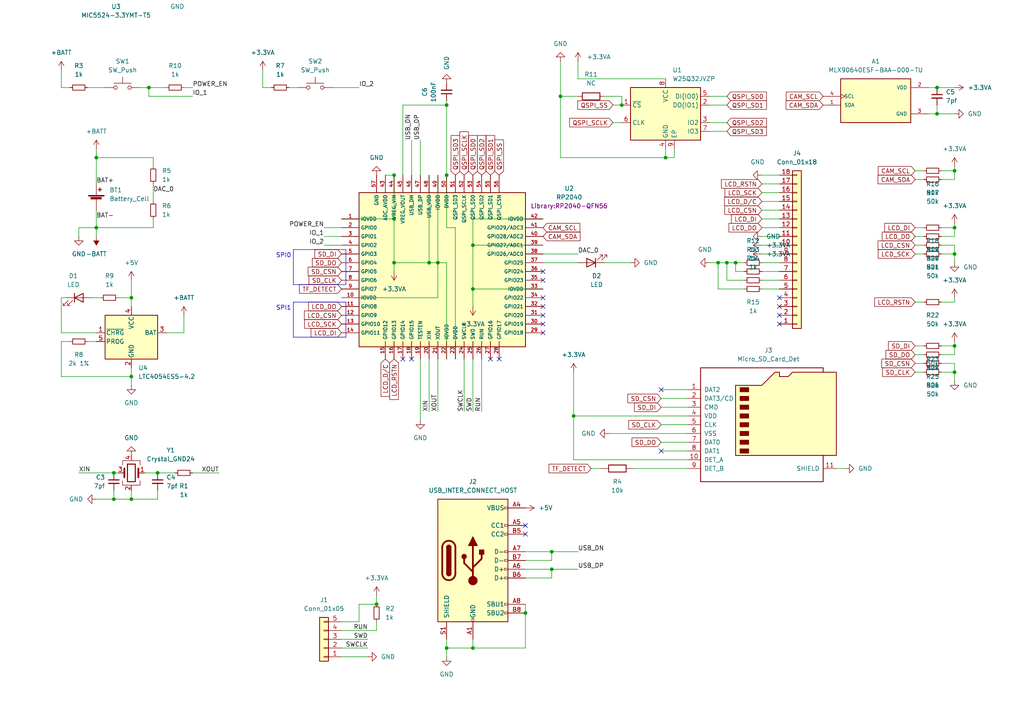
<source format=kicad_sch>
(kicad_sch (version 20230121) (generator eeschema)
  (paper "A4")
  (junction (at 137.16 83.82))
  (junction (at 137.16 71.12))
  (junction (at 38.1 144.78))
  (junction (at 276.86 107.95))
  (junction (at 160.02 165.1))
  (junction (at 33.02 137.16))
  (junction (at 271.78 25.4))
  (junction (at 276.86 100.33))
  (junction (at 208.28 76.2))
  (junction (at 180.34 30.48))
  (junction (at 38.1 109.22))
  (junction (at 27.94 66.04))
  (junction (at 152.4 177.8))
  (junction (at 48.895 -3.175))
  (junction (at 33.02 144.78))
  (junction (at 129.54 187.96))
  (junction (at 276.86 73.66))
  (junction (at 124.46 76.2))
  (junction (at 213.36 76.2))
  (junction (at 48.895 -13.335))
  (junction (at 129.54 30.48))
  (junction (at 193.04 45.72))
  (junction (at 162.56 27.94))
  (junction (at 27.94 45.72))
  (junction (at 129.54 50.8))
  (junction (at 160.02 160.02))
  (junction (at 127 76.2))
  (junction (at 18.415 -13.335))
  (junction (at 38.1 86.36))
  (junction (at 109.22 175.26))
  (junction (at 166.37 120.65))
  (junction (at 276.86 66.04))
  (junction (at 137.16 187.96))
  (junction (at 276.86 49.53))
  (junction (at 114.3 63.5))
  (junction (at 210.82 76.2))
  (junction (at 114.3 50.8))
  (junction (at 43.18 25.4))
  (junction (at 271.78 33.02))
  (junction (at 114.3 76.2))
  (junction (at 45.72 137.16))
  (no_connect (at 226.06 93.98))
  (no_connect (at 157.48 91.44))
  (no_connect (at 191.77 130.81))
  (no_connect (at 157.48 81.28))
  (no_connect (at 226.06 91.44))
  (no_connect (at 157.48 78.74))
  (no_connect (at 157.48 86.36))
  (no_connect (at 152.4 154.94))
  (no_connect (at 226.06 86.36))
  (no_connect (at 144.78 104.14))
  (no_connect (at 226.06 88.9))
  (no_connect (at 119.38 104.14))
  (no_connect (at 157.48 96.52))
  (no_connect (at 152.4 152.4))
  (no_connect (at 116.84 104.14))
  (no_connect (at 157.48 88.9))
  (no_connect (at 191.77 113.03))
  (no_connect (at 142.24 104.14))
  (no_connect (at 157.48 93.98))
  (wire (pts (xy 166.37 120.65) (xy 166.37 133.35)))
  (wire (pts (xy 273.05 66.04) (xy 276.86 66.04)))
  (wire (pts (xy 129.54 190.5) (xy 129.54 187.96)))
  (wire (pts (xy 48.895 -5.715) (xy 48.895 -3.175)))
  (polyline (pts (xy 100.33 82.55) (xy 100.33 72.39)))
  (wire (pts (xy 265.43 107.95) (xy 267.97 107.95)))
  (wire (pts (xy 127 76.2) (xy 127 50.8)))
  (wire (pts (xy 220.98 50.8) (xy 226.06 50.8)))
  (wire (pts (xy 265.43 73.66) (xy 267.97 73.66)))
  (wire (pts (xy 152.4 160.02) (xy 160.02 160.02)))
  (wire (pts (xy 276.86 49.53) (xy 276.86 48.26)))
  (wire (pts (xy 22.86 137.16) (xy 33.02 137.16)))
  (wire (pts (xy 48.895 -20.955) (xy 48.895 -23.495)))
  (wire (pts (xy 276.86 73.66) (xy 276.86 76.2)))
  (wire (pts (xy 119.38 40.64) (xy 119.38 50.8)))
  (wire (pts (xy 93.98 66.04) (xy 99.06 66.04)))
  (wire (pts (xy 55.88 27.94) (xy 43.18 27.94)))
  (wire (pts (xy 38.1 142.24) (xy 38.1 144.78)))
  (wire (pts (xy 99.06 180.34) (xy 104.14 180.34)))
  (wire (pts (xy 137.16 187.96) (xy 129.54 187.96)))
  (wire (pts (xy 220.98 66.04) (xy 226.06 66.04)))
  (wire (pts (xy 265.43 66.04) (xy 267.97 66.04)))
  (wire (pts (xy 44.45 66.04) (xy 44.45 63.5)))
  (wire (pts (xy 191.77 118.11) (xy 199.39 118.11)))
  (wire (pts (xy 22.86 66.04) (xy 27.94 66.04)))
  (wire (pts (xy 276.86 68.58) (xy 276.86 66.04)))
  (wire (pts (xy 109.22 175.26) (xy 109.22 172.72)))
  (wire (pts (xy 99.06 63.5) (xy 114.3 63.5)))
  (wire (pts (xy 271.78 25.4) (xy 269.24 25.4)))
  (wire (pts (xy 129.54 185.42) (xy 129.54 187.96)))
  (wire (pts (xy 27.94 60.96) (xy 27.94 66.04)))
  (wire (pts (xy 129.54 30.48) (xy 129.54 50.8)))
  (wire (pts (xy 193.04 45.72) (xy 193.04 43.18)))
  (wire (pts (xy 265.43 100.33) (xy 267.97 100.33)))
  (wire (pts (xy 273.05 71.12) (xy 276.86 71.12)))
  (wire (pts (xy 27.94 45.72) (xy 44.45 45.72)))
  (wire (pts (xy 137.16 104.14) (xy 137.16 119.38)))
  (wire (pts (xy 205.74 38.1) (xy 210.82 38.1)))
  (wire (pts (xy 137.16 71.12) (xy 157.48 71.12)))
  (wire (pts (xy 162.56 27.94) (xy 167.64 27.94)))
  (wire (pts (xy 33.02 142.24) (xy 33.02 144.78)))
  (wire (pts (xy 273.05 52.07) (xy 276.86 52.07)))
  (wire (pts (xy 191.77 115.57) (xy 199.39 115.57)))
  (wire (pts (xy 38.1 86.36) (xy 38.1 88.9)))
  (wire (pts (xy 53.34 25.4) (xy 55.88 25.4)))
  (wire (pts (xy 48.895 -15.875) (xy 48.895 -13.335)))
  (wire (pts (xy 271.78 33.02) (xy 269.24 33.02)))
  (wire (pts (xy 127 76.2) (xy 127 86.36)))
  (wire (pts (xy 177.8 35.56) (xy 180.34 35.56)))
  (wire (pts (xy 27.94 66.04) (xy 44.45 66.04)))
  (wire (pts (xy 265.43 71.12) (xy 267.97 71.12)))
  (wire (pts (xy 220.98 58.42) (xy 226.06 58.42)))
  (wire (pts (xy 276.86 52.07) (xy 276.86 49.53)))
  (wire (pts (xy 191.77 113.03) (xy 199.39 113.03)))
  (wire (pts (xy 220.98 78.74) (xy 226.06 78.74)))
  (wire (pts (xy 160.02 167.64) (xy 160.02 165.1)))
  (wire (pts (xy 213.36 76.2) (xy 215.9 76.2)))
  (wire (pts (xy 273.05 49.53) (xy 276.86 49.53)))
  (wire (pts (xy 13.335 -8.255) (xy 18.415 -8.255)))
  (wire (pts (xy 220.98 83.82) (xy 226.06 83.82)))
  (wire (pts (xy 13.335 -20.955) (xy 13.335 -13.335)))
  (wire (pts (xy 116.84 30.48) (xy 129.54 30.48)))
  (wire (pts (xy 166.37 133.35) (xy 199.39 133.35)))
  (wire (pts (xy 265.43 105.41) (xy 267.97 105.41)))
  (wire (pts (xy 33.02 137.16) (xy 34.29 137.16)))
  (wire (pts (xy 45.72 142.24) (xy 45.72 144.78)))
  (polyline (pts (xy 85.09 87.63) (xy 100.33 87.63)))
  (wire (pts (xy 157.48 76.2) (xy 167.64 76.2)))
  (wire (pts (xy 160.02 165.1) (xy 167.64 165.1)))
  (polyline (pts (xy 85.09 72.39) (xy 100.33 72.39)))
  (wire (pts (xy 152.4 187.96) (xy 152.4 177.8)))
  (wire (pts (xy 132.08 66.04) (xy 129.54 66.04)))
  (wire (pts (xy 27.94 45.72) (xy 27.94 53.34)))
  (wire (pts (xy 220.98 53.34) (xy 226.06 53.34)))
  (wire (pts (xy 273.05 102.87) (xy 276.86 102.87)))
  (wire (pts (xy 48.895 -13.335) (xy 53.975 -13.335)))
  (wire (pts (xy 55.88 137.16) (xy 63.5 137.16)))
  (wire (pts (xy 215.9 78.74) (xy 213.36 78.74)))
  (wire (pts (xy 273.05 105.41) (xy 276.86 105.41)))
  (wire (pts (xy 27.94 144.78) (xy 33.02 144.78)))
  (wire (pts (xy 273.05 100.33) (xy 276.86 100.33)))
  (wire (pts (xy 276.86 87.63) (xy 276.86 86.36)))
  (wire (pts (xy 41.91 137.16) (xy 45.72 137.16)))
  (wire (pts (xy 127 104.14) (xy 127 119.38)))
  (wire (pts (xy 27.94 68.58) (xy 27.94 66.04)))
  (wire (pts (xy 17.78 99.06) (xy 17.78 109.22)))
  (wire (pts (xy 137.16 187.96) (xy 152.4 187.96)))
  (wire (pts (xy 129.54 76.2) (xy 129.54 104.14)))
  (wire (pts (xy 13.335 -13.335) (xy 18.415 -13.335)))
  (wire (pts (xy 44.45 53.34) (xy 44.45 58.42)))
  (wire (pts (xy 50.8 137.16) (xy 45.72 137.16)))
  (wire (pts (xy 152.4 162.56) (xy 160.02 162.56)))
  (polyline (pts (xy 85.09 82.55) (xy 100.33 82.55)))
  (wire (pts (xy 99.06 86.36) (xy 127 86.36)))
  (wire (pts (xy 18.415 -15.875) (xy 18.415 -13.335)))
  (wire (pts (xy 104.14 175.26) (xy 109.22 175.26)))
  (wire (pts (xy 121.92 40.64) (xy 121.92 50.8)))
  (wire (pts (xy 114.3 50.8) (xy 111.76 50.8)))
  (wire (pts (xy 273.05 73.66) (xy 276.86 73.66)))
  (wire (pts (xy 191.77 123.19) (xy 199.39 123.19)))
  (wire (pts (xy 242.57 135.89) (xy 245.11 135.89)))
  (wire (pts (xy 213.36 78.74) (xy 213.36 76.2)))
  (wire (pts (xy 157.48 63.5) (xy 137.16 63.5)))
  (wire (pts (xy 114.3 63.5) (xy 114.3 76.2)))
  (wire (pts (xy 210.82 81.28) (xy 210.82 76.2)))
  (wire (pts (xy 276.86 102.87) (xy 276.86 100.33)))
  (wire (pts (xy 166.37 107.95) (xy 166.37 120.65)))
  (wire (pts (xy 180.34 27.94) (xy 180.34 30.48)))
  (polyline (pts (xy 100.33 97.79) (xy 100.33 87.63)))
  (wire (pts (xy 276.86 107.95) (xy 276.86 105.41)))
  (wire (pts (xy 25.4 25.4) (xy 30.48 25.4)))
  (wire (pts (xy 44.45 48.26) (xy 44.45 45.72)))
  (wire (pts (xy 215.9 81.28) (xy 210.82 81.28)))
  (wire (pts (xy 96.52 25.4) (xy 104.14 25.4)))
  (wire (pts (xy 220.98 81.28) (xy 226.06 81.28)))
  (wire (pts (xy 99.06 187.96) (xy 106.68 187.96)))
  (wire (pts (xy 104.14 180.34) (xy 104.14 175.26)))
  (wire (pts (xy 191.77 128.27) (xy 199.39 128.27)))
  (wire (pts (xy 93.98 71.12) (xy 99.06 71.12)))
  (wire (pts (xy 205.74 35.56) (xy 210.82 35.56)))
  (wire (pts (xy 208.28 83.82) (xy 208.28 76.2)))
  (wire (pts (xy 17.78 109.22) (xy 38.1 109.22)))
  (wire (pts (xy 53.34 96.52) (xy 53.34 91.44)))
  (polyline (pts (xy 85.09 72.39) (xy 85.09 82.55)))
  (wire (pts (xy 17.78 25.4) (xy 20.32 25.4)))
  (wire (pts (xy 83.82 25.4) (xy 86.36 25.4)))
  (wire (pts (xy 160.02 160.02) (xy 167.64 160.02)))
  (wire (pts (xy 114.3 50.8) (xy 114.3 63.5)))
  (wire (pts (xy 40.64 25.4) (xy 43.18 25.4)))
  (wire (pts (xy 137.16 63.5) (xy 137.16 71.12)))
  (wire (pts (xy 137.16 71.12) (xy 137.16 83.82)))
  (wire (pts (xy 43.18 25.4) (xy 48.26 25.4)))
  (wire (pts (xy 220.98 76.2) (xy 226.06 76.2)))
  (wire (pts (xy 124.46 76.2) (xy 127 76.2)))
  (wire (pts (xy 205.74 76.2) (xy 208.28 76.2)))
  (wire (pts (xy 184.15 135.89) (xy 199.39 135.89)))
  (wire (pts (xy 22.86 68.58) (xy 22.86 66.04)))
  (wire (pts (xy 93.98 68.58) (xy 99.06 68.58)))
  (wire (pts (xy 220.98 60.96) (xy 226.06 60.96)))
  (wire (pts (xy 99.06 185.42) (xy 106.68 185.42)))
  (wire (pts (xy 276.86 25.4) (xy 271.78 25.4)))
  (wire (pts (xy 76.2 20.32) (xy 76.2 25.4)))
  (polyline (pts (xy 85.09 97.79) (xy 100.33 97.79)))
  (wire (pts (xy 205.74 30.48) (xy 210.82 30.48)))
  (wire (pts (xy 208.28 76.2) (xy 210.82 76.2)))
  (wire (pts (xy 276.86 33.02) (xy 271.78 33.02)))
  (wire (pts (xy 114.3 78.74) (xy 114.3 76.2)))
  (wire (pts (xy 17.78 20.32) (xy 17.78 25.4)))
  (wire (pts (xy 167.64 22.86) (xy 167.64 17.78)))
  (wire (pts (xy 43.18 27.94) (xy 43.18 25.4)))
  (wire (pts (xy 162.56 45.72) (xy 193.04 45.72)))
  (wire (pts (xy 182.88 76.2) (xy 175.26 76.2)))
  (wire (pts (xy 215.9 83.82) (xy 208.28 83.82)))
  (wire (pts (xy 109.22 180.34) (xy 109.22 182.88)))
  (wire (pts (xy 265.43 68.58) (xy 267.97 68.58)))
  (wire (pts (xy 114.3 76.2) (xy 124.46 76.2)))
  (wire (pts (xy 205.74 27.94) (xy 210.82 27.94)))
  (wire (pts (xy 220.98 68.58) (xy 226.06 68.58)))
  (wire (pts (xy 191.77 130.81) (xy 199.39 130.81)))
  (wire (pts (xy 220.98 63.5) (xy 226.06 63.5)))
  (wire (pts (xy 152.4 167.64) (xy 160.02 167.64)))
  (wire (pts (xy 48.26 96.52) (xy 53.34 96.52)))
  (wire (pts (xy 99.06 190.5) (xy 106.68 190.5)))
  (wire (pts (xy 273.05 87.63) (xy 276.86 87.63)))
  (wire (pts (xy 129.54 50.8) (xy 129.54 66.04)))
  (wire (pts (xy 265.43 102.87) (xy 267.97 102.87)))
  (wire (pts (xy 18.415 -23.495) (xy 18.415 -20.955)))
  (wire (pts (xy 29.21 86.36) (xy 26.67 86.36)))
  (wire (pts (xy 157.48 73.66) (xy 167.64 73.66)))
  (wire (pts (xy 265.43 52.07) (xy 267.97 52.07)))
  (wire (pts (xy 166.37 120.65) (xy 199.39 120.65)))
  (wire (pts (xy 38.1 106.68) (xy 38.1 109.22)))
  (wire (pts (xy 17.78 96.52) (xy 27.94 96.52)))
  (wire (pts (xy 175.26 27.94) (xy 180.34 27.94)))
  (wire (pts (xy 210.82 76.2) (xy 213.36 76.2)))
  (wire (pts (xy 129.54 76.2) (xy 127 76.2)))
  (wire (pts (xy 162.56 27.94) (xy 162.56 17.78)))
  (wire (pts (xy 220.98 55.88) (xy 226.06 55.88)))
  (polyline (pts (xy 85.09 87.63) (xy 85.09 97.79)))
  (wire (pts (xy 20.32 99.06) (xy 17.78 99.06)))
  (wire (pts (xy 38.1 81.28) (xy 38.1 86.36)))
  (wire (pts (xy 276.86 66.04) (xy 276.86 64.77)))
  (wire (pts (xy 271.78 30.48) (xy 271.78 33.02)))
  (wire (pts (xy 134.62 104.14) (xy 134.62 119.38)))
  (wire (pts (xy 27.94 43.18) (xy 27.94 45.72)))
  (wire (pts (xy 121.92 104.14) (xy 121.92 121.92)))
  (wire (pts (xy 34.29 86.36) (xy 38.1 86.36)))
  (wire (pts (xy 48.895 -3.175) (xy 51.435 -3.175)))
  (wire (pts (xy 273.05 107.95) (xy 276.86 107.95)))
  (wire (pts (xy 199.39 125.73) (xy 176.53 125.73)))
  (wire (pts (xy 116.84 30.48) (xy 116.84 50.8)))
  (wire (pts (xy 152.4 165.1) (xy 160.02 165.1)))
  (wire (pts (xy 99.06 182.88) (xy 109.22 182.88)))
  (wire (pts (xy 132.08 104.14) (xy 132.08 66.04)))
  (wire (pts (xy 276.86 107.95) (xy 276.86 110.49)))
  (wire (pts (xy 25.4 99.06) (xy 27.94 99.06)))
  (wire (pts (xy 137.16 88.9) (xy 137.16 83.82)))
  (wire (pts (xy 19.05 86.36) (xy 17.78 86.36)))
  (wire (pts (xy 220.98 73.66) (xy 226.06 73.66)))
  (wire (pts (xy 195.58 45.72) (xy 195.58 43.18)))
  (wire (pts (xy 265.43 87.63) (xy 267.97 87.63)))
  (wire (pts (xy 162.56 45.72) (xy 162.56 27.94)))
  (wire (pts (xy 265.43 49.53) (xy 267.97 49.53)))
  (wire (pts (xy 137.16 185.42) (xy 137.16 187.96)))
  (wire (pts (xy 38.1 111.76) (xy 38.1 109.22)))
  (wire (pts (xy 273.05 68.58) (xy 276.86 68.58)))
  (wire (pts (xy 124.46 104.14) (xy 124.46 119.38)))
  (wire (pts (xy 129.54 29.21) (xy 129.54 30.48)))
  (wire (pts (xy 193.04 45.72) (xy 195.58 45.72)))
  (wire (pts (xy 76.2 25.4) (xy 78.74 25.4)))
  (wire (pts (xy 124.46 50.8) (xy 124.46 76.2)))
  (wire (pts (xy 152.4 175.26) (xy 152.4 177.8)))
  (wire (pts (xy 220.98 71.12) (xy 226.06 71.12)))
  (wire (pts (xy 276.86 100.33) (xy 276.86 99.06)))
  (wire (pts (xy 167.64 22.86) (xy 193.04 22.86)))
  (wire (pts (xy 160.02 162.56) (xy 160.02 160.02)))
  (wire (pts (xy 171.45 135.89) (xy 173.99 135.89)))
  (wire (pts (xy 139.7 104.14) (xy 139.7 119.38)))
  (wire (pts (xy 38.1 144.78) (xy 45.72 144.78)))
  (wire (pts (xy 137.16 83.82) (xy 157.48 83.82)))
  (wire (pts (xy 17.78 86.36) (xy 17.78 96.52)))
  (wire (pts (xy 276.86 73.66) (xy 276.86 71.12)))
  (wire (pts (xy 177.8 30.48) (xy 180.34 30.48)))
  (wire (pts (xy 33.02 144.78) (xy 38.1 144.78)))
  (text "SPI0" (at 80.01 74.93 0) (effects (font (size 1.27 1.27)) (justify left bottom)))
  (text "SPI1" (at 80.01 90.17 0) (effects (font (size 1.27 1.27)) (justify left bottom)))
  (label "BAT-" (at 27.94 63.5 0))
  (label "IO_1" (at 55.88 27.94 0))
  (label "IO_2" (at 104.14 25.4 0))
  (label "USB_DN" (at 167.64 160.02 0))
  (label "SWD" (at 106.68 185.42 180))
  (label "POWER_EN" (at 13.335 -8.255 180))
  (label "USB_DP" (at 121.92 40.64 90))
  (label "RUN" (at 106.68 182.88 180))
  (label "SWCLK" (at 134.62 119.38 90))
  (label "POWER_EN" (at 55.88 25.4 0))
  (label "DAC_0" (at 44.45 55.88 0))
  (label "POWER_EN" (at 93.98 66.04 180))
  (label "USB_DN" (at 119.38 40.64 90))
  (label "USB_DP" (at 167.64 165.1 0))
  (label "IO_1" (at 93.98 68.58 180))
  (label "IO_2" (at 93.98 71.12 180))
  (label "DAC_0" (at 167.64 73.66 0))
  (label "RUN" (at 139.7 119.38 90))
  (label "XOUT" (at 127 119.38 90))
  (label "SWD" (at 137.16 119.38 90))
  (label "XOUT" (at 63.5 137.16 180))
  (label "XIN" (at 124.46 119.38 90))
  (label "XIN" (at 22.86 137.16 0))
  (label "BAT+" (at 27.94 53.34 0))
  (label "SWCLK" (at 106.68 187.96 180))
  (global_label "QSPI_SD0" (shape input) (at 210.82 27.94 0) (property "Intersheetrefs" "${INTERSHEET_REFS}" (effects hide)) (property "插入图纸页参考" "${INTERSHEET_REFS}" (effects hide)))
  (global_label "SD_CLK" (shape input) (at 191.77 123.19 180) (property "Intersheetrefs" "${INTERSHEET_REFS}" (effects hide)) (property "插入图纸页参考" "${INTERSHEET_REFS}" (effects hide)))
  (global_label "QSPI_SD2" (shape input) (at 139.7 50.8 90) (property "Intersheetrefs" "${INTERSHEET_REFS}" (effects hide)) (property "插入图纸页参考" "${INTERSHEET_REFS}" (effects hide)))
  (global_label "LCD_D{slash}C" (shape input) (at 220.98 58.42 180) (property "Intersheetrefs" "${INTERSHEET_REFS}" (effects hide)) (property "插入图纸页参考" "${INTERSHEET_REFS}" (effects hide)))
  (global_label "SD_CLK" (shape input) (at 265.43 107.95 180) (property "Intersheetrefs" "${INTERSHEET_REFS}" (effects hide)) (property "插入图纸页参考" "${INTERSHEET_REFS}" (effects hide)))
  (global_label "SD_DI" (shape input) (at 265.43 100.33 180) (property "Intersheetrefs" "${INTERSHEET_REFS}" (effects hide)) (property "插入图纸页参考" "${INTERSHEET_REFS}" (effects hide)))
  (global_label "LCD_RSTN" (shape input) (at 265.43 87.63 180) (property "Intersheetrefs" "${INTERSHEET_REFS}" (effects hide)) (property "插入图纸页参考" "${INTERSHEET_REFS}" (effects hide)))
  (global_label "QSPI_SCLK" (shape input) (at 177.8 35.56 180) (property "Intersheetrefs" "${INTERSHEET_REFS}" (effects hide)) (property "插入图纸页参考" "${INTERSHEET_REFS}" (effects hide)))
  (global_label "CAM_SCL" (shape input) (at 238.76 27.94 180) (property "Intersheetrefs" "${INTERSHEET_REFS}" (effects hide)) (property "插入图纸页参考" "${INTERSHEET_REFS}" (effects hide)))
  (global_label "CAM_SDA" (shape input) (at 157.48 68.58 0) (property "Intersheetrefs" "${INTERSHEET_REFS}" (effects hide)) (property "插入图纸页参考" "${INTERSHEET_REFS}" (effects hide)))
  (global_label "QSPI_SS" (shape input) (at 177.8 30.48 180) (property "Intersheetrefs" "${INTERSHEET_REFS}" (effects hide)) (property "插入图纸页参考" "${INTERSHEET_REFS}" (effects hide)))
  (global_label "CAM_SCL" (shape input) (at 265.43 49.53 180) (property "Intersheetrefs" "${INTERSHEET_REFS}" (effects hide)) (property "插入图纸页参考" "${INTERSHEET_REFS}" (effects hide)))
  (global_label "TF_DETECT" (shape input) (at 171.45 135.89 180) (property "Intersheetrefs" "${INTERSHEET_REFS}" (effects hide)) (property "插入图纸页参考" "${INTERSHEET_REFS}" (effects hide)))
  (global_label "SD_CSN" (shape input) (at 99.06 78.74 180) (property "Intersheetrefs" "${INTERSHEET_REFS}" (effects hide)) (property "插入图纸页参考" "${INTERSHEET_REFS}" (effects hide)))
  (global_label "LCD_SCK" (shape input) (at 220.98 55.88 180) (property "Intersheetrefs" "${INTERSHEET_REFS}" (effects hide)) (property "插入图纸页参考" "${INTERSHEET_REFS}" (effects hide)))
  (global_label "LCD_CSN" (shape input) (at 220.98 60.96 180) (property "Intersheetrefs" "${INTERSHEET_REFS}" (effects hide)) (property "插入图纸页参考" "${INTERSHEET_REFS}" (effects hide)))
  (global_label "QSPI_SD3" (shape input) (at 210.82 38.1 0) (property "Intersheetrefs" "${INTERSHEET_REFS}" (effects hide)) (property "插入图纸页参考" "${INTERSHEET_REFS}" (effects hide)))
  (global_label "LCD_DO" (shape input) (at 99.06 88.9 180) (property "Intersheetrefs" "${INTERSHEET_REFS}" (effects hide)) (property "插入图纸页参考" "${INTERSHEET_REFS}" (effects hide)))
  (global_label "LCD_DI" (shape input) (at 220.98 63.5 180) (property "Intersheetrefs" "${INTERSHEET_REFS}" (effects hide)) (property "插入图纸页参考" "${INTERSHEET_REFS}" (effects hide)))
  (global_label "QSPI_SD1" (shape input) (at 142.24 50.8 90) (property "Intersheetrefs" "${INTERSHEET_REFS}" (effects hide)) (property "插入图纸页参考" "${INTERSHEET_REFS}" (effects hide)))
  (global_label "LCD_DI" (shape input) (at 265.43 66.04 180) (property "Intersheetrefs" "${INTERSHEET_REFS}" (effects hide)) (property "插入图纸页参考" "${INTERSHEET_REFS}" (effects hide)))
  (global_label "LCD_D{slash}C" (shape input) (at 111.76 104.14 270) (property "Intersheetrefs" "${INTERSHEET_REFS}" (effects hide)) (property "插入图纸页参考" "${INTERSHEET_REFS}" (effects hide)))
  (global_label "SD_DI" (shape input) (at 191.77 118.11 180) (property "Intersheetrefs" "${INTERSHEET_REFS}" (effects hide)) (property "插入图纸页参考" "${INTERSHEET_REFS}" (effects hide)))
  (global_label "QSPI_SCLK" (shape input) (at 134.62 50.8 90) (property "Intersheetrefs" "${INTERSHEET_REFS}" (effects hide)) (property "插入图纸页参考" "${INTERSHEET_REFS}" (effects hide)))
  (global_label "QSPI_SD0" (shape input) (at 137.16 50.8 90) (property "Intersheetrefs" "${INTERSHEET_REFS}" (effects hide)) (property "插入图纸页参考" "${INTERSHEET_REFS}" (effects hide)))
  (global_label "LCD_RSTN" (shape input) (at 114.3 104.14 270) (property "Intersheetrefs" "${INTERSHEET_REFS}" (effects hide)) (property "插入图纸页参考" "${INTERSHEET_REFS}" (effects hide)))
  (global_label "SD_CSN" (shape input) (at 265.43 105.41 180) (property "Intersheetrefs" "${INTERSHEET_REFS}" (effects hide)) (property "插入图纸页参考" "${INTERSHEET_REFS}" (effects hide)))
  (global_label "LCD_DO" (shape input) (at 220.98 66.04 180) (property "Intersheetrefs" "${INTERSHEET_REFS}" (effects hide)) (property "插入图纸页参考" "${INTERSHEET_REFS}" (effects hide)))
  (global_label "SD_CSN" (shape input) (at 191.77 115.57 180) (property "Intersheetrefs" "${INTERSHEET_REFS}" (effects hide)) (property "插入图纸页参考" "${INTERSHEET_REFS}" (effects hide)))
  (global_label "QSPI_SS" (shape input) (at 144.78 50.8 90) (property "Intersheetrefs" "${INTERSHEET_REFS}" (effects hide)) (property "插入图纸页参考" "${INTERSHEET_REFS}" (effects hide)))
  (global_label "LCD_RSTN" (shape input) (at 220.98 53.34 180) (property "Intersheetrefs" "${INTERSHEET_REFS}" (effects hide)) (property "插入图纸页参考" "${INTERSHEET_REFS}" (effects hide)))
  (global_label "LCD_DI" (shape input) (at 99.06 96.52 180) (property "Intersheetrefs" "${INTERSHEET_REFS}" (effects hide)) (property "插入图纸页参考" "${INTERSHEET_REFS}" (effects hide)))
  (global_label "LCD_CSN" (shape input) (at 99.06 91.44 180) (property "Intersheetrefs" "${INTERSHEET_REFS}" (effects hide)) (property "插入图纸页参考" "${INTERSHEET_REFS}" (effects hide)))
  (global_label "QSPI_SD3" (shape input) (at 132.08 50.8 90) (property "Intersheetrefs" "${INTERSHEET_REFS}" (effects hide)) (property "插入图纸页参考" "${INTERSHEET_REFS}" (effects hide)))
  (global_label "CAM_SDA" (shape input) (at 238.76 30.48 180) (property "Intersheetrefs" "${INTERSHEET_REFS}" (effects hide)) (property "插入图纸页参考" "${INTERSHEET_REFS}" (effects hide)))
  (global_label "SD_CLK" (shape input) (at 99.06 81.28 180) (property "Intersheetrefs" "${INTERSHEET_REFS}" (effects hide)) (property "插入图纸页参考" "${INTERSHEET_REFS}" (effects hide)))
  (global_label "SD_DO" (shape input) (at 191.77 128.27 180) (property "Intersheetrefs" "${INTERSHEET_REFS}" (effects hide)) (property "插入图纸页参考" "${INTERSHEET_REFS}" (effects hide)))
  (global_label "TF_DETECT" (shape input) (at 99.06 83.82 180) (property "Intersheetrefs" "${INTERSHEET_REFS}" (effects hide)) (property "插入图纸页参考" "${INTERSHEET_REFS}" (effects hide)))
  (global_label "LCD_SCK" (shape input) (at 99.06 93.98 180) (property "Intersheetrefs" "${INTERSHEET_REFS}" (effects hide)) (property "插入图纸页参考" "${INTERSHEET_REFS}" (effects hide)))
  (global_label "SD_DO" (shape input) (at 265.43 102.87 180) (property "Intersheetrefs" "${INTERSHEET_REFS}" (effects hide)) (property "插入图纸页参考" "${INTERSHEET_REFS}" (effects hide)))
  (global_label "LCD_DO" (shape input) (at 265.43 68.58 180) (property "Intersheetrefs" "${INTERSHEET_REFS}" (effects hide)) (property "插入图纸页参考" "${INTERSHEET_REFS}" (effects hide)))
  (global_label "SD_DI" (shape input) (at 99.06 73.66 180) (property "Intersheetrefs" "${INTERSHEET_REFS}" (effects hide)) (property "插入图纸页参考" "${INTERSHEET_REFS}" (effects hide)))
  (global_label "QSPI_SD1" (shape input) (at 210.82 30.48 0) (property "Intersheetrefs" "${INTERSHEET_REFS}" (effects hide)) (property "插入图纸页参考" "${INTERSHEET_REFS}" (effects hide)))
  (global_label "CAM_SDA" (shape input) (at 265.43 52.07 180) (property "Intersheetrefs" "${INTERSHEET_REFS}" (effects hide)) (property "插入图纸页参考" "${INTERSHEET_REFS}" (effects hide)))
  (global_label "QSPI_SD2" (shape input) (at 210.82 35.56 0) (property "Intersheetrefs" "${INTERSHEET_REFS}" (effects hide)) (property "插入图纸页参考" "${INTERSHEET_REFS}" (effects hide)))
  (global_label "SD_DO" (shape input) (at 99.06 76.2 180) (property "Intersheetrefs" "${INTERSHEET_REFS}" (effects hide)) (property "插入图纸页参考" "${INTERSHEET_REFS}" (effects hide)))
  (global_label "CAM_SCL" (shape input) (at 157.48 66.04 0) (property "Intersheetrefs" "${INTERSHEET_REFS}" (effects hide)) (property "插入图纸页参考" "${INTERSHEET_REFS}" (effects hide)))
  (global_label "LCD_CSN" (shape input) (at 265.43 71.12 180) (property "Intersheetrefs" "${INTERSHEET_REFS}" (effects hide)) (property "插入图纸页参考" "${INTERSHEET_REFS}" (effects hide)))
  (global_label "LCD_SCK" (shape input) (at 265.43 73.66 180) (property "Intersheetrefs" "${INTERSHEET_REFS}" (effects hide)) (property "插入图纸页参考" "${INTERSHEET_REFS}" (effects hide)))
  (symbol (lib_id "power:GND") (at 22.86 68.58 0) (unit 1)
    (property "Reference" "#PWR0115" (effects hide))
    (property "Value" "GND" (at 22.86 73.66 0))
  )
  (symbol (lib_id "power:+3.3VA") (at 166.37 107.95 0) (unit 1)
    (property "Reference" "#PWR0112" (effects hide))
    (property "Value" "+3.3VA" (at 166.37 102.87 0))
  )
  (symbol (lib_id "power:+3.3VA") (at 276.86 64.77 0) (unit 1)
    (property "Reference" "#PWR0140" (effects hide))
    (property "Value" "+3.3VA" (at 276.86 59.69 0))
  )
  (symbol (lib_id "Device:R_Small") (at 270.51 52.07 90) (unit 1)
    (property "Reference" "R17" (at 270.51 55.88 90))
    (property "Value" "50k" (at 270.51 58.42 90))
    (property "Footprint" "Resistor_SMD:R_0402_1005Metric" (effects hide))
  )
  (symbol (lib_id "power:+3.3VA") (at 276.86 86.36 0) (unit 1)
    (property "Reference" "#PWR0138" (effects hide))
    (property "Value" "+3.3VA" (at 276.86 81.28 0))
  )
  (symbol (lib_id "power:+3.3VA") (at 276.86 48.26 0) (unit 1)
    (property "Reference" "#PWR0141" (effects hide))
    (property "Value" "+3.3VA" (at 276.86 43.18 0))
  )
  (symbol (lib_id "power:GND") (at 182.88 76.2 90) (unit 1)
    (property "Reference" "#PWR0132" (effects hide))
    (property "Value" "GND" (at 186.69 76.1999 90) (effects (justify right)))
  )
  (symbol (lib_id "Device:C_Small") (at 48.895 -18.415 0) (unit 1)
    (property "Reference" "C2" (at 51.435 -19.6788 0) (effects (justify left)))
    (property "Value" "100uf" (at 51.435 -17.1388 0) (effects (justify left)))
    (property "Footprint" "Capacitor_SMD:C_1206_3216Metric" (effects hide))
  )
  (symbol (lib_id "Device:R_Small") (at 50.8 25.4 90) (unit 1)
    (property "Reference" "R10" (at 50.8 19.05 90))
    (property "Value" "1k" (at 50.8 21.59 90))
    (property "Footprint" "Resistor_SMD:R_0402_1005Metric" (effects hide))
  )
  (symbol (lib_id "Device:Battery_Cell") (at 27.94 58.42 0) (unit 1)
    (property "Reference" "BT1" (at 31.75 55.1179 0) (effects (justify left)))
    (property "Value" "Battery_Cell" (at 31.75 57.6579 0) (effects (justify left)))
    (property "Footprint" "digikey-footprints:PinHeader_1x2_P2.54mm" (effects hide))
  )
  (symbol (lib_id "Device:R_Small") (at 270.51 73.66 90) (unit 1)
    (property "Reference" "R21" (at 270.51 77.47 90))
    (property "Value" "50k" (at 270.51 80.01 90))
    (property "Footprint" "Resistor_SMD:R_0402_1005Metric" (effects hide))
  )
  (symbol (lib_id "power:+BATT") (at 27.94 43.18 0) (unit 1)
    (property "Reference" "#PWR0117" (effects hide))
    (property "Value" "+BATT" (at 27.94 38.1 0))
  )
  (symbol (lib_id "Device:R_Small") (at 53.34 137.16 90) (unit 1)
    (property "Reference" "R1" (at 53.34 140.97 90))
    (property "Value" "1k" (at 53.34 143.51 90))
    (property "Footprint" "Resistor_SMD:R_0402_1005Metric" (effects hide))
  )
  (symbol (lib_id "Device:R_Small") (at 270.51 102.87 90) (unit 1)
    (property "Reference" "R24" (at 270.51 106.68 90))
    (property "Value" "50k" (at 270.51 105.41 90))
    (property "Footprint" "Resistor_SMD:R_0402_1005Metric" (effects hide))
  )
  (symbol (lib_id "power:GND") (at 162.56 17.78 180) (unit 1)
    (property "Reference" "#PWR0130" (effects hide))
    (property "Value" "GND" (at 162.56 12.7 0))
  )
  (symbol (lib_id "D1s-altium-import:0_RES") (at 184.404 135.89 180) (unit 1)
    (property "Reference" "R4" (at 179.07 139.7 0))
    (property "Value" "10k" (at 179.07 142.24 0))
    (property "Footprint" "Resistor_SMD:R_0402_1005Metric" (effects hide))
  )
  (symbol (lib_id "Device:R_Small") (at 218.44 76.2 90) (unit 1)
    (property "Reference" "R12" (at 218.44 69.85 90))
    (property "Value" "1k" (at 218.44 72.39 90))
    (property "Footprint" "Resistor_SMD:R_0402_1005Metric" (effects hide))
  )
  (symbol (lib_id "power:+BATT") (at 13.335 -20.955 0) (unit 1)
    (property "Reference" "#PWR0118" (effects hide))
    (property "Value" "+BATT" (at 13.335 -26.035 0))
  )
  (symbol (lib_id "power:+3.3VA") (at 276.86 99.06 0) (unit 1)
    (property "Reference" "#PWR0142" (effects hide))
    (property "Value" "+3.3VA" (at 276.86 93.98 0))
  )
  (symbol (lib_id "power:GND") (at 220.98 50.8 270) (unit 1)
    (property "Reference" "#PWR0133" (effects hide))
    (property "Value" "GND" (at 219.71 46.99 90))
  )
  (symbol (lib_id "rp2040:RP2040") (at 129.54 81.28 0) (unit 1)
    (property "Reference" "U2" (at 165.1 54.6606 0))
    (property "Value" "RP2040" (at 165.1 57.2006 0))
    (property "Footprint" "Library:RP2040-QFN56" (at 165.1 59.7406 0))
  )
  (symbol (lib_id "power:+3.3VA") (at 220.98 73.66 90) (unit 1)
    (property "Reference" "#PWR0136" (effects hide))
    (property "Value" "+3.3VA" (at 222.25 73.6599 90) (effects (justify right)))
  )
  (symbol (lib_id "Connector:USB_C_Receptacle_USB2.0") (at 137.16 162.56 0) (unit 1)
    (property "Reference" "J2" (at 137.16 139.7 0))
    (property "Value" "USB_INTER_CONNECT_HOST" (at 137.16 142.24 0))
    (property "Footprint" "Connector_USB:USB_C_Receptacle_Palconn_UTC16-G" (effects hide))
    (property "Datasheet" "https://www.usb.org/sites/default/files/documents/usb_type-c.zip" (effects hide))
  )
  (symbol (lib_id "Memory_Flash:W25Q32JVZP") (at 193.04 33.02 0) (unit 1)
    (property "Reference" "U1" (at 195.0594 20.32 0) (effects (justify left)))
    (property "Value" "W25Q32JVZP" (at 195.0594 22.86 0) (effects (justify left)))
    (property "Footprint" "Package_SON:WSON-8-1EP_6x5mm_P1.27mm_EP3.4x4.3mm" (effects hide))
    (property "Datasheet" "http://www.winbond.com/resource-files/w25q32jv%20revg%2003272018%20plus.pdf" (effects hide))
  )
  (symbol (lib_id "power:+3.3VA") (at 167.64 17.78 0) (unit 1)
    (property "Reference" "#PWR0129" (effects hide))
    (property "Value" "+3.3VA" (at 170.18 16.5099 0) (effects (justify left)))
  )
  (symbol (lib_id "power:GND") (at 245.11 135.89 90) (unit 1)
    (property "Reference" "#PWR0113" (effects hide))
    (property "Value" "GND" (at 248.92 135.8899 90) (effects (justify right)))
  )
  (symbol (lib_id "power:GND") (at 220.98 68.58 270) (unit 1)
    (property "Reference" "#PWR0135" (effects hide))
    (property "Value" "GND" (at 222.25 68.5799 90) (effects (justify left)))
  )
  (symbol (lib_id "Device:R_Small") (at 270.51 100.33 90) (unit 1)
    (property "Reference" "R23" (at 270.51 104.14 90))
    (property "Value" "50k" (at 270.51 106.68 90))
    (property "Footprint" "Resistor_SMD:R_0402_1005Metric" (effects hide))
  )
  (symbol (lib_id "power:+3.3VA") (at 109.22 172.72 0) (unit 1)
    (property "Reference" "#PWR0109" (effects hide))
    (property "Value" "+3.3VA" (at 109.22 167.64 0))
  )
  (symbol (lib_id "Switch:SW_Push") (at 91.44 25.4 0) (unit 1)
    (property "Reference" "SW2" (at 91.44 17.78 0))
    (property "Value" "SW_Push" (at 91.44 20.32 0))
    (property "Footprint" "Library:YD-3410" (effects hide))
  )
  (symbol (lib_id "Device:R_Small") (at 270.51 87.63 90) (unit 1)
    (property "Reference" "R22" (at 270.51 91.44 90))
    (property "Value" "50k" (at 270.51 93.98 90))
    (property "Footprint" "Resistor_SMD:R_0402_1005Metric" (effects hide))
  )
  (symbol (lib_id "power:GND") (at 48.895 -23.495 180) (unit 1)
    (property "Reference" "#PWR0103" (effects hide))
    (property "Value" "GND" (at 48.895 -28.575 0))
  )
  (symbol (lib_id "Device:R_Small") (at 31.75 86.36 270) (unit 1)
    (property "Reference" "R9" (at 31.75 80.01 90))
    (property "Value" "1k" (at 31.75 82.55 90))
    (property "Footprint" "Resistor_SMD:R_0402_1005Metric" (effects hide))
  )
  (symbol (lib_id "Device:R") (at 171.45 27.94 90) (unit 1)
    (property "Reference" "R11" (at 171.45 21.59 90))
    (property "Value" "NC" (at 171.45 24.13 90))
    (property "Footprint" "Resistor_SMD:R_0402_1005Metric" (effects hide))
  )
  (symbol (lib_id "power:GND") (at 176.53 125.73 270) (unit 1)
    (property "Reference" "#PWR0114" (effects hide))
    (property "Value" "GND" (at 172.72 125.7299 90) (effects (justify right)))
  )
  (symbol (lib_id "Device:R_Small") (at 22.86 99.06 270) (unit 1)
    (property "Reference" "R8" (at 22.86 102.87 90))
    (property "Value" "2k 1%" (at 22.86 105.41 90))
    (property "Footprint" "Resistor_SMD:R_0402_1005Metric" (effects hide))
  )
  (symbol (lib_id "power:+3.3VA") (at 220.98 71.12 90) (unit 1)
    (property "Reference" "#PWR0134" (effects hide))
    (property "Value" "+3.3VA" (at 222.25 71.1199 90) (effects (justify right)))
  )
  (symbol (lib_id "power:+3.3VA") (at 137.16 88.9 180) (unit 1)
    (property "Reference" "#PWR0131" (effects hide))
    (property "Value" "+3.3VA" (at 137.16 93.98 0))
  )
  (symbol (lib_id "power:GND") (at 18.415 -23.495 180) (unit 1)
    (property "Reference" "#PWR0104" (effects hide))
    (property "Value" "GND" (at 18.415 -28.575 0))
  )
  (symbol (lib_id "Connector_Generic:Conn_01x18") (at 231.14 73.66 0) (mirror x) (unit 1)
    (property "Reference" "J4" (at 231.14 44.45 0))
    (property "Value" "Conn_01x18" (at 231.14 46.99 0))
    (property "Footprint" "Library:FPC 01x18 0.4mm" (effects hide))
  )
  (symbol (lib_id "power:GND") (at 276.86 33.02 90) (unit 1)
    (property "Reference" "#PWR0125" (effects hide))
    (property "Value" "GND" (at 280.67 33.0199 90) (effects (justify right)))
  )
  (symbol (lib_id "power:GND") (at 205.74 76.2 270) (unit 1)
    (property "Reference" "#PWR0127" (effects hide))
    (property "Value" "GND" (at 204.47 72.39 90))
  )
  (symbol (lib_id "Device:R_Small") (at 270.51 107.95 90) (unit 1)
    (property "Reference" "R26" (at 270.51 111.76 90))
    (property "Value" "50k" (at 270.51 114.3 90))
    (property "Footprint" "Resistor_SMD:R_0402_1005Metric" (effects hide))
  )
  (symbol (lib_id "Connector_Generic:Conn_01x05") (at 93.98 185.42 180) (unit 1)
    (property "Reference" "J1" (at 93.98 173.99 0))
    (property "Value" "Conn_01x05" (at 93.98 176.53 0))
    (property "Footprint" "Connector_PinHeader_2.54mm:PinHeader_1x05_P2.54mm_Vertical" (effects hide))
  )
  (symbol (lib_id "Device:C_Small") (at 129.54 26.67 180) (unit 1)
    (property "Reference" "C6" (at 123.19 26.6637 90))
    (property "Value" "100nF" (at 125.73 26.6637 90))
    (property "Footprint" "Capacitor_SMD:C_0402_1005Metric_Pad0.74x0.62mm_HandSolder" (effects hide))
  )
  (symbol (lib_id "power:+3.3VA") (at 114.3 78.74 180) (unit 1)
    (property "Reference" "#PWR0128" (effects hide))
    (property "Value" "+3.3VA" (at 114.3 83.82 0))
  )
  (symbol (lib_id "mic5524-3.3ymt-t5:MIC5524-3.3YMT-T5") (at 34.29 -8.89 0) (unit 1)
    (property "Reference" "U3" (at 33.655 1.905 0))
    (property "Value" "MIC5524-3.3YMT-T5" (at 33.655 4.445 0))
    (property "Footprint" "Library:MIC5524-3.3YMT-T5" (effects hide))
  )
  (symbol (lib_id "Device:R_Small") (at 44.45 50.8 180) (unit 1)
    (property "Reference" "R5" (at 46.99 49.5299 0) (effects (justify right)))
    (property "Value" "1k" (at 46.99 52.0699 0) (effects (justify right)))
    (property "Footprint" "Resistor_SMD:R_0402_1005Metric" (effects hide))
  )
  (symbol (lib_id "power:+3.3VA") (at 276.86 25.4 270) (unit 1)
    (property "Reference" "#PWR0124" (effects hide))
    (property "Value" "+3.3VA" (at 280.67 25.3999 90) (effects (justify left)))
  )
  (symbol (lib_id "Device:C_Small") (at 33.02 139.7 0) (unit 1)
    (property "Reference" "C3" (at 30.48 138.4362 0) (effects (justify right)))
    (property "Value" "7pf" (at 30.48 140.9762 0) (effects (justify right)))
    (property "Footprint" "Capacitor_SMD:C_0402_1005Metric" (effects hide))
  )
  (symbol (lib_id "Device:R_Small") (at 44.45 60.96 180) (unit 1)
    (property "Reference" "R6" (at 46.99 59.6899 0) (effects (justify right)))
    (property "Value" "1k" (at 46.99 62.2299 0) (effects (justify right)))
    (property "Footprint" "Resistor_SMD:R_0402_1005Metric" (effects hide))
  )
  (symbol (lib_id "Connector:Micro_SD_Card_Det") (at 222.25 123.19 0) (unit 1)
    (property "Reference" "J3" (at 222.885 101.6 0))
    (property "Value" "Micro_SD_Card_Det" (at 222.885 104.14 0))
    (property "Footprint" "Connector_Card:microSD_HC_Molex_104031-0811" (effects hide))
    (property "Datasheet" "https://www.hirose.com/product/en/download_file/key_name/DM3/category/Catalog/doc_file_id/49662/?file_category_id=4&item_id=195&is_series=1" (effects hide))
  )
  (symbol (lib_id "power:+BATT") (at 53.34 91.44 0) (unit 1)
    (property "Reference" "#PWR0121" (effects hide))
    (property "Value" "+BATT" (at 53.34 86.36 0))
  )
  (symbol (lib_id "Device:R_Small") (at 270.51 66.04 90) (unit 1)
    (property "Reference" "R18" (at 270.51 69.85 90))
    (property "Value" "50k" (at 270.51 72.39 90))
    (property "Footprint" "Resistor_SMD:R_0402_1005Metric" (effects hide))
  )
  (symbol (lib_id "Device:R_Small") (at 218.44 78.74 90) (unit 1)
    (property "Reference" "R13" (at 218.44 72.39 90))
    (property "Value" "1k" (at 218.44 74.93 90))
    (property "Footprint" "Resistor_SMD:R_0402_1005Metric" (effects hide))
  )
  (symbol (lib_id "power:GND") (at 129.54 24.13 180) (unit 1)
    (property "Reference" "#PWR0126" (effects hide))
    (property "Value" "GND" (at 129.5399 20.32 90) (effects (justify right)))
  )
  (symbol (lib_id "power:GND") (at 121.92 121.92 0) (unit 1)
    (property "Reference" "#PWR0123" (effects hide))
    (property "Value" "GND" (at 121.92 127 0))
  )
  (symbol (lib_id "Device:R_Small") (at 218.44 81.28 90) (unit 1)
    (property "Reference" "R14" (at 218.44 74.93 90))
    (property "Value" "1k" (at 218.44 77.47 90))
    (property "Footprint" "Resistor_SMD:R_0402_1005Metric" (effects hide))
  )
  (symbol (lib_id "Device:R_Small") (at 270.51 105.41 90) (unit 1)
    (property "Reference" "R25" (at 270.51 109.22 90))
    (property "Value" "50k" (at 270.51 111.76 90))
    (property "Footprint" "Resistor_SMD:R_0402_1005Metric" (effects hide))
  )
  (symbol (lib_id "Device:C_Small") (at 271.78 27.94 0) (unit 1)
    (property "Reference" "C5" (at 274.32 26.6762 0) (effects (justify left)))
    (property "Value" "7pf" (at 274.32 29.2162 0) (effects (justify left)))
    (property "Footprint" "Capacitor_SMD:C_0402_1005Metric" (effects hide))
  )
  (symbol (lib_id "power:+BATT") (at 17.78 20.32 0) (unit 1)
    (property "Reference" "#PWR0105" (effects hide))
    (property "Value" "+BATT" (at 17.78 15.24 0))
  )
  (symbol (lib_id "Device:LED") (at 22.86 86.36 0) (unit 1)
    (property "Reference" "D1" (at 21.2725 80.01 0))
    (property "Value" "LED" (at 21.2725 82.55 0))
    (property "Footprint" "LED_SMD:LED_0402_1005Metric" (effects hide))
  )
  (symbol (lib_id "power:GND") (at 276.86 76.2 0) (unit 1)
    (property "Reference" "#PWR0139" (effects hide))
    (property "Value" "GND" (at 279.4 77.4699 0) (effects (justify left)))
  )
  (symbol (lib_id "Device:C_Small") (at 45.72 139.7 0) (unit 1)
    (property "Reference" "C4" (at 48.26 138.4362 0) (effects (justify left)))
    (property "Value" "7pf" (at 48.26 140.9762 0) (effects (justify left)))
    (property "Footprint" "Capacitor_SMD:C_0402_1005Metric" (effects hide))
  )
  (symbol (lib_id "Switch:SW_Push") (at 35.56 25.4 0) (unit 1)
    (property "Reference" "SW1" (at 35.56 17.78 0))
    (property "Value" "SW_Push" (at 35.56 20.32 0))
    (property "Footprint" "Library:YD-3410" (effects hide))
  )
  (symbol (lib_id "MLX90640ESF-BAA-000-TU:MLX90640ESF-BAA-000-TU") (at 254 27.94 0) (unit 1)
    (property "Reference" "A1" (at 254 17.78 0))
    (property "Value" "MLX90640ESF-BAA-000-TU" (at 254 20.32 0))
    (property "Footprint" "TO292P930H600-4" (effects hide))
    (property "MAXIMUM_PACKAGE_HEIGHT" "6.0 mm" (effects hide))
    (property "PARTREV" "11" (effects hide))
    (property "STANDARD" "IPC-7351B" (effects hide))
    (property "MANUFACTURER" "Melexis" (effects hide))
  )
  (symbol (lib_id "power:GND") (at 129.54 190.5 0) (unit 1)
    (property "Reference" "#PWR0110" (effects hide))
    (property "Value" "GND" (at 129.54 195.58 0))
  )
  (symbol (lib_id "Battery_Management:LTC4054ES5-4.2") (at 38.1 96.52 0) (unit 1)
    (property "Reference" "U4" (at 40.1194 106.68 0) (effects (justify left)))
    (property "Value" "LTC4054ES5-4.2" (at 40.1194 109.22 0) (effects (justify left)))
    (property "Footprint" "Package_TO_SOT_SMD:TSOT-23-5" (effects hide))
    (property "Datasheet" "https://www.analog.com/media/en/technical-documentation/data-sheets/405442xf.pdf" (effects hide))
  )
  (symbol (lib_id "power:+3.3VA") (at 76.2 20.32 0) (unit 1)
    (property "Reference" "#PWR0119" (effects hide))
    (property "Value" "+3.3VA" (at 76.2 15.24 0))
  )
  (symbol (lib_id "Device:Crystal_GND24") (at 38.1 137.16 180) (unit 1)
    (property "Reference" "Y1" (at 49.53 130.5812 0))
    (property "Value" "Crystal_GND24" (at 49.53 133.1212 0))
    (property "Footprint" "Crystal:Crystal_SMD_3225-4Pin_3.2x2.5mm" (effects hide))
  )
  (symbol (lib_id "power:+5V") (at 152.4 147.32 270) (unit 1)
    (property "Reference" "#PWR0111" (effects hide))
    (property "Value" "+5V" (at 156.21 147.3199 90) (effects (justify left)))
  )
  (symbol (lib_id "power:GND") (at 38.1 111.76 0) (unit 1)
    (property "Reference" "#PWR0122" (effects hide))
    (property "Value" "GND" (at 38.1 116.84 0))
  )
  (symbol (lib_id "power:GND") (at 51.435 -3.175 0) (unit 1)
    (property "Reference" "#PWR0107" (effects hide))
    (property "Value" "GND" (at 51.435 1.905 0))
  )
  (symbol (lib_id "power:+5V") (at 38.1 81.28 0) (unit 1)
    (property "Reference" "#PWR0120" (effects hide))
    (property "Value" "+5V" (at 38.1 76.2 0))
  )
  (symbol (lib_id "power:GND") (at 106.68 190.5 90) (unit 1)
    (property "Reference" "#PWR0108" (effects hide))
    (property "Value" "GND" (at 110.49 190.4999 90) (effects (justify right)))
  )
  (symbol (lib_id "Device:R_Small") (at 270.51 49.53 90) (unit 1)
    (property "Reference" "R16" (at 270.51 53.34 90))
    (property "Value" "50k" (at 270.51 55.88 90))
    (property "Footprint" "Resistor_SMD:R_0402_1005Metric" (effects hide))
  )
  (symbol (lib_id "Device:R_Small") (at 22.86 25.4 90) (unit 1)
    (property "Reference" "R3" (at 22.86 19.05 90))
    (property "Value" "1k" (at 22.86 21.59 90))
    (property "Footprint" "Resistor_SMD:R_0402_1005Metric" (effects hide))
  )
  (symbol (lib_id "Device:C_Small") (at 18.415 -18.415 0) (unit 1)
    (property "Reference" "C1" (at 20.955 -19.6788 0) (effects (justify left)))
    (property "Value" "22uf" (at 20.955 -17.1388 0) (effects (justify left)))
    (property "Footprint" "Capacitor_SMD:C_0603_1608Metric" (effects hide))
  )
  (symbol (lib_id "Device:R_Small") (at 109.22 177.8 180) (unit 1)
    (property "Reference" "R2" (at 111.76 176.5299 0) (effects (justify right)))
    (property "Value" "1k" (at 111.76 179.0699 0) (effects (justify right)))
    (property "Footprint" "Resistor_SMD:R_0402_1005Metric" (effects hide))
  )
  (symbol (lib_id "power:GND") (at 38.1 132.08 180) (unit 1)
    (property "Reference" "#PWR0101" (effects hide))
    (property "Value" "GND" (at 38.1 127 0))
  )
  (symbol (lib_id "Device:R_Small") (at 81.28 25.4 90) (unit 1)
    (property "Reference" "R7" (at 81.28 19.05 90))
    (property "Value" "1k" (at 81.28 21.59 90))
    (property "Footprint" "Resistor_SMD:R_0402_1005Metric" (effects hide))
  )
  (symbol (lib_id "power:+3.3VA") (at 53.975 -13.335 270) (unit 1)
    (property "Reference" "#PWR0106" (effects hide))
    (property "Value" "+3.3VA" (at 57.785 -13.3351 90) (effects (justify left)))
  )
  (symbol (lib_id "Device:LED") (at 171.45 76.2 180) (unit 1)
    (property "Reference" "D2" (at 173.0375 80.01 0))
    (property "Value" "LED" (at 173.0375 82.55 0))
    (property "Footprint" "LED_SMD:LED_0402_1005Metric" (effects hide))
  )
  (symbol (lib_id "Device:R_Small") (at 270.51 68.58 90) (unit 1)
    (property "Reference" "R19" (at 270.51 72.39 90))
    (property "Value" "50k" (at 270.51 74.93 90))
    (property "Footprint" "Resistor_SMD:R_0402_1005Metric" (effects hide))
  )
  (symbol (lib_id "power:GND") (at 109.22 50.8 180) (unit 1)
    (property "Reference" "#PWR0137" (effects hide))
    (property "Value" "GND" (at 109.22 45.72 0))
  )
  (symbol (lib_id "power:-BATT") (at 27.94 68.58 180) (unit 1)
    (property "Reference" "#PWR0116" (effects hide))
    (property "Value" "-BATT" (at 27.94 73.66 0))
  )
  (symbol (lib_id "Device:R_Small") (at 270.51 71.12 90) (unit 1)
    (property "Reference" "R20" (at 270.51 74.93 90))
    (property "Value" "50k" (at 270.51 77.47 90))
    (property "Footprint" "Resistor_SMD:R_0402_1005Metric" (effects hide))
  )
  (symbol (lib_id "Device:R_Small") (at 218.44 83.82 90) (unit 1)
    (property "Reference" "R15" (at 218.44 87.63 90))
    (property "Value" "1k" (at 218.44 90.17 90))
    (property "Footprint" "Resistor_SMD:R_0402_1005Metric" (effects hide))
  )
  (symbol (lib_id "power:GND") (at 276.86 110.49 0) (unit 1)
    (property "Reference" "#PWR0143" (effects hide))
    (property "Value" "GND" (at 279.4 111.7599 0) (effects (justify left)))
  )
  (symbol (lib_id "power:GND") (at 27.94 144.78 270) (unit 1)
    (property "Reference" "#PWR0102" (effects hide))
    (property "Value" "GND" (at 24.13 144.7799 90) (effects (justify right)))
  )
)
</source>
